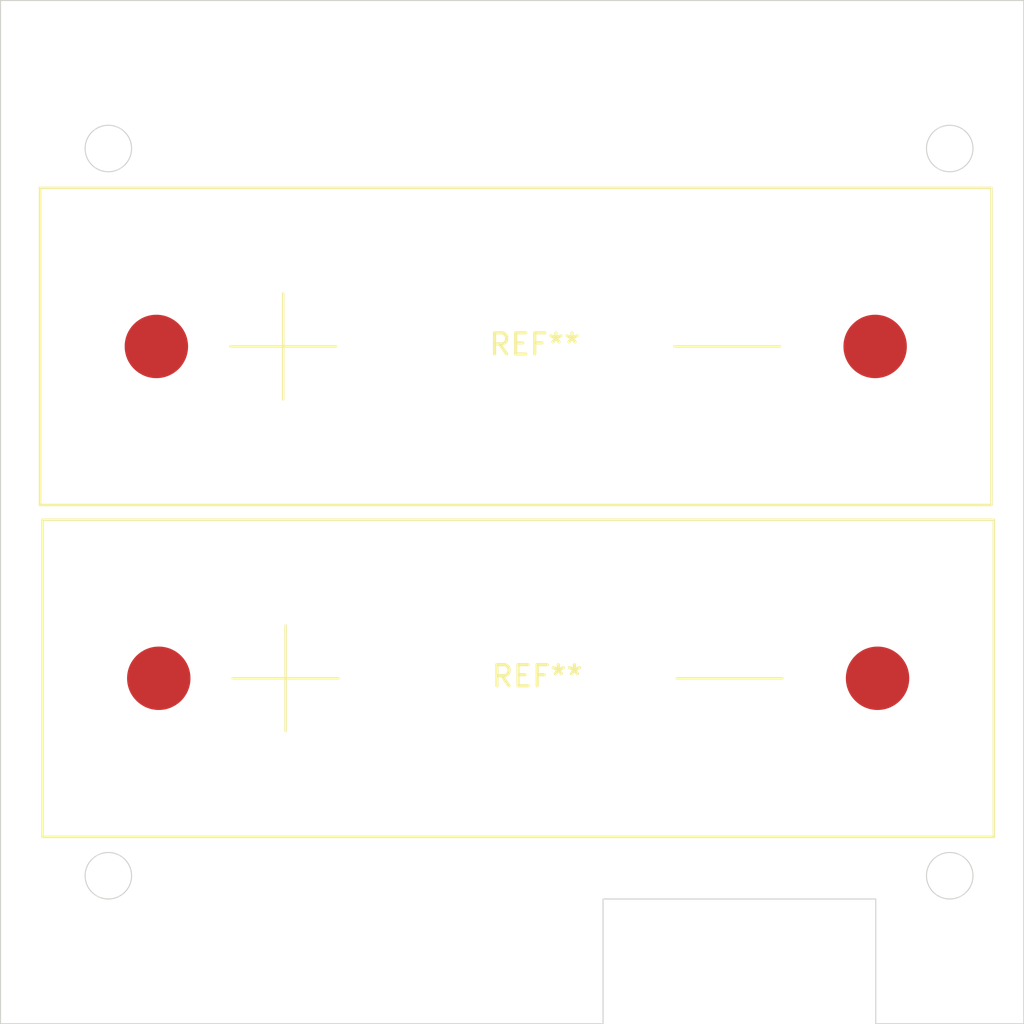
<source format=kicad_pcb>
(kicad_pcb (version 20171130) (host pcbnew "(5.1.4)-1")

  (general
    (thickness 1.6)
    (drawings 12)
    (tracks 0)
    (zones 0)
    (modules 2)
    (nets 1)
  )

  (page A4)
  (layers
    (0 F.Cu signal)
    (1 In1.Cu signal)
    (2 In2.Cu signal)
    (3 In3.Cu signal)
    (4 In4.Cu signal)
    (31 B.Cu signal)
    (32 B.Adhes user)
    (33 F.Adhes user)
    (34 B.Paste user)
    (35 F.Paste user)
    (36 B.SilkS user)
    (37 F.SilkS user)
    (38 B.Mask user)
    (39 F.Mask user)
    (40 Dwgs.User user)
    (41 Cmts.User user)
    (42 Eco1.User user)
    (43 Eco2.User user)
    (44 Edge.Cuts user)
    (45 Margin user)
    (46 B.CrtYd user)
    (47 F.CrtYd user)
    (48 B.Fab user)
    (49 F.Fab user)
  )

  (setup
    (last_trace_width 0.25)
    (user_trace_width 0.127)
    (user_trace_width 0.5)
    (user_trace_width 1)
    (trace_clearance 0.2)
    (zone_clearance 0.508)
    (zone_45_only no)
    (trace_min 0.2)
    (via_size 0.8)
    (via_drill 0.4)
    (via_min_size 0.4)
    (via_min_drill 0.3)
    (uvia_size 0.3)
    (uvia_drill 0.1)
    (uvias_allowed no)
    (uvia_min_size 0.2)
    (uvia_min_drill 0.1)
    (edge_width 0.05)
    (segment_width 0.2)
    (pcb_text_width 0.3)
    (pcb_text_size 1.5 1.5)
    (mod_edge_width 0.12)
    (mod_text_size 1 1)
    (mod_text_width 0.15)
    (pad_size 2.7 1.4)
    (pad_drill 0)
    (pad_to_mask_clearance 0.051)
    (solder_mask_min_width 0.25)
    (aux_axis_origin 0 0)
    (visible_elements 7FFFFFFF)
    (pcbplotparams
      (layerselection 0x010fc_ffffffff)
      (usegerberextensions false)
      (usegerberattributes false)
      (usegerberadvancedattributes false)
      (creategerberjobfile false)
      (excludeedgelayer true)
      (linewidth 0.100000)
      (plotframeref false)
      (viasonmask false)
      (mode 1)
      (useauxorigin false)
      (hpglpennumber 1)
      (hpglpenspeed 20)
      (hpglpendiameter 15.000000)
      (psnegative false)
      (psa4output false)
      (plotreference true)
      (plotvalue true)
      (plotinvisibletext false)
      (padsonsilk false)
      (subtractmaskfromsilk false)
      (outputformat 1)
      (mirror false)
      (drillshape 1)
      (scaleselection 1)
      (outputdirectory ""))
  )

  (net 0 "")

  (net_class Default "This is the default net class."
    (clearance 0.2)
    (trace_width 0.25)
    (via_dia 0.8)
    (via_drill 0.4)
    (uvia_dia 0.3)
    (uvia_drill 0.1)
  )

  (module SolarCellX:SM141K04LV (layer F.Cu) (tedit 5DB0AC96) (tstamp 5DB0B196)
    (at 91.9852 72.0598)
    (fp_text reference REF** (at 23.4 -0.1) (layer F.SilkS)
      (effects (font (size 1 1) (thickness 0.15)))
    )
    (fp_text value SM141K04LV (at 23.4 -5.6) (layer F.Fab)
      (effects (font (size 1 1) (thickness 0.15)))
    )
    (fp_line (start 0 7.5) (end 0 -7.5) (layer F.SilkS) (width 0.12))
    (fp_line (start 0 -7.5) (end 45 -7.5) (layer F.SilkS) (width 0.12))
    (fp_line (start 45 7.5) (end 45 -7.5) (layer F.SilkS) (width 0.12))
    (fp_line (start 45 7.5) (end 0 7.5) (layer F.SilkS) (width 0.12))
    (fp_line (start 11.5 -2.5) (end 11.5 2.5) (layer F.SilkS) (width 0.12))
    (fp_line (start 9 0) (end 14 0) (layer F.SilkS) (width 0.12))
    (fp_line (start 30 0) (end 35 0) (layer F.SilkS) (width 0.12))
    (pad 1 smd circle (at 5.5 0) (size 3 3) (layers F.Cu F.Paste F.Mask))
    (pad 2 smd circle (at 39.5 0) (size 3 3) (layers F.Cu F.Paste F.Mask))
  )

  (module SolarCellX:SM141K04LV (layer F.Cu) (tedit 5DB0AC96) (tstamp 5DB10080)
    (at 91.8718 56.3626)
    (fp_text reference REF** (at 23.4 -0.1) (layer F.SilkS)
      (effects (font (size 1 1) (thickness 0.15)))
    )
    (fp_text value SM141K04LV (at 23.4 -5.6) (layer F.Fab)
      (effects (font (size 1 1) (thickness 0.15)))
    )
    (fp_line (start 30 0) (end 35 0) (layer F.SilkS) (width 0.12))
    (fp_line (start 9 0) (end 14 0) (layer F.SilkS) (width 0.12))
    (fp_line (start 11.5 -2.5) (end 11.5 2.5) (layer F.SilkS) (width 0.12))
    (fp_line (start 45 7.5) (end 0 7.5) (layer F.SilkS) (width 0.12))
    (fp_line (start 45 7.5) (end 45 -7.5) (layer F.SilkS) (width 0.12))
    (fp_line (start 0 -7.5) (end 45 -7.5) (layer F.SilkS) (width 0.12))
    (fp_line (start 0 7.5) (end 0 -7.5) (layer F.SilkS) (width 0.12))
    (pad 2 smd circle (at 39.5 0) (size 3 3) (layers F.Cu F.Paste F.Mask))
    (pad 1 smd circle (at 5.5 0) (size 3 3) (layers F.Cu F.Paste F.Mask))
  )

  (gr_line (start 138.4 88.4) (end 131.4 88.4) (layer Edge.Cuts) (width 0.05))
  (gr_line (start 131.4 88.4) (end 131.4 82.5) (layer Edge.Cuts) (width 0.05))
  (gr_line (start 131.4 82.5) (end 118.5 82.5) (layer Edge.Cuts) (width 0.05))
  (gr_line (start 118.5 82.5) (end 118.5 88.4) (layer Edge.Cuts) (width 0.05))
  (gr_circle (center 95.1 81.4) (end 96.2 81.4) (layer Edge.Cuts) (width 0.05))
  (gr_circle (center 134.9 81.4) (end 136 81.4) (layer Edge.Cuts) (width 0.05))
  (gr_circle (center 134.9 47) (end 136 47) (layer Edge.Cuts) (width 0.05))
  (gr_circle (center 95.1 47) (end 96.2 47) (layer Edge.Cuts) (width 0.05))
  (gr_line (start 118.5 88.4) (end 90 88.4) (layer Edge.Cuts) (width 0.05))
  (gr_line (start 90 88.4) (end 90 40) (layer Edge.Cuts) (width 0.05) (tstamp 5DAE3ED1))
  (gr_line (start 138.4 40) (end 138.4 88.4) (layer Edge.Cuts) (width 0.05))
  (gr_line (start 90 40) (end 138.4 40) (layer Edge.Cuts) (width 0.05))

)

</source>
